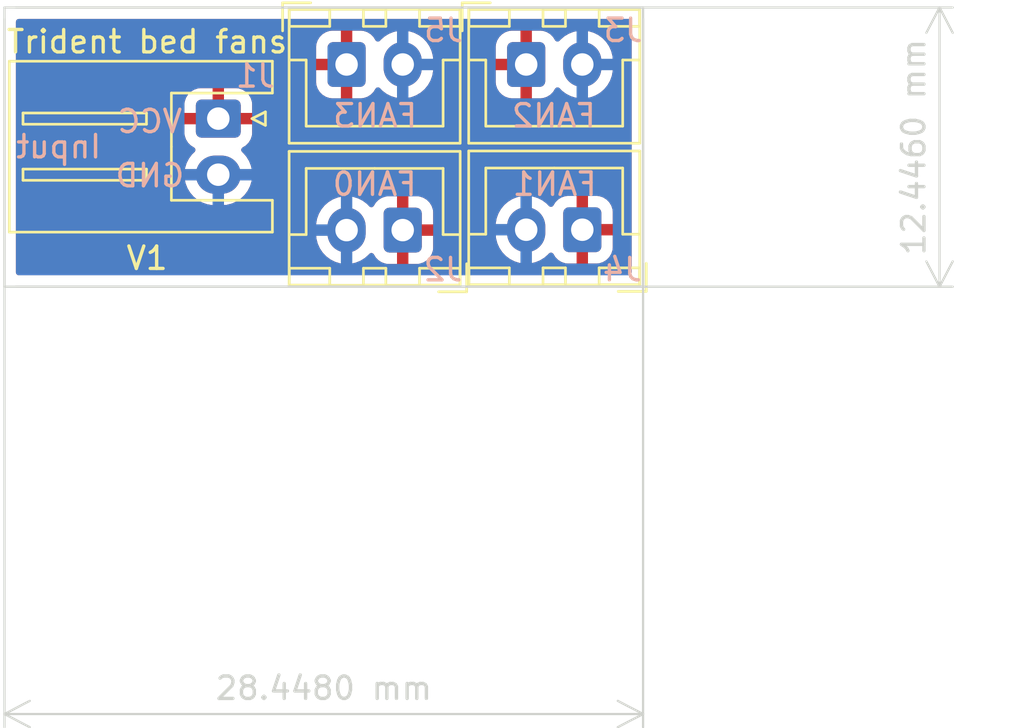
<source format=kicad_pcb>
(kicad_pcb (version 20211014) (generator pcbnew)
  (layers (0 "F.Cu" signal) (31 "B.Cu" signal) (34 "B.Paste" user) (35 "F.Paste" user) (36 "B.SilkS" user "B.Silkscreen") (37 "F.SilkS" user "F.Silkscreen") (38 "B.Mask" user) (39 "F.Mask" user) (44 "Edge.Cuts" user))
  (net 0 "")
  (net 1 "/VCC")
  (net 2 "/GND")
  (footprint "Connector_JST:JST_XH_B2B-XH-A_1x02_P2.50mm_Vertical" (layer "F.Cu") (at 145.161 86.36)
    (fp_text reference "J3" (at 4.318 -1.524) (layer "B.SilkS") (effects (justify mirror)))
    (fp_text value "FAN1" (at 1.27 5.334) (layer "B.SilkS") (effects (justify mirror)))
    (fp_line (start 4.3 2.75) (end 1.25 2.75) (layer "F.SilkS") (width 0.12))
    (fp_line (start 5.05 -0.2) (end 4.3 -0.2) (layer "F.SilkS") (width 0.12))
    (fp_line (start 5.05 -1.7) (end 5.05 -2.45) (layer "F.SilkS") (width 0.12))
    (fp_line (start -2.56 3.51) (end 5.06 3.51) (layer "F.SilkS") (width 0.12))
    (fp_line (start -2.55 -0.2) (end -1.8 -0.2) (layer "F.SilkS") (width 0.12))
    (fp_line (start -1.8 -0.2) (end -1.8 2.75) (layer "F.SilkS") (width 0.12))
    (fp_line (start 3.25 -1.7) (end 5.05 -1.7) (layer "F.SilkS") (width 0.12))
    (fp_line (start -2.55 -2.45) (end -2.55 -1.7) (layer "F.SilkS") (width 0.12))
    (fp_line (start -2.56 -2.46) (end -2.56 3.51) (layer "F.SilkS") (width 0.12))
    (fp_line (start 0.75 -1.7) (end 1.75 -1.7) (layer "F.SilkS") (width 0.12))
    (fp_line (start -1.8 2.75) (end 1.25 2.75) (layer "F.SilkS") (width 0.12))
    (fp_line (start 0.75 -2.45) (end 0.75 -1.7) (layer "F.SilkS") (width 0.12))
    (fp_line (start -0.75 -1.7) (end -0.75 -2.45) (layer "F.SilkS") (width 0.12))
    (fp_line (start 5.06 -2.46) (end -2.56 -2.46) (layer "F.SilkS") (width 0.12))
    (fp_line (start 1.75 -1.7) (end 1.75 -2.45) (layer "F.SilkS") (width 0.12))
    (fp_line (start 1.75 -2.45) (end 0.75 -2.45) (layer "F.SilkS") (width 0.12))
    (fp_line (start 3.25 -2.45) (end 3.25 -1.7) (layer "F.SilkS") (width 0.12))
    (fp_line (start 5.05 -2.45) (end 3.25 -2.45) (layer "F.SilkS") (width 0.12))
    (fp_line (start 4.3 -0.2) (end 4.3 2.75) (layer "F.SilkS") (width 0.12))
    (fp_line (start 5.06 3.51) (end 5.06 -2.46) (layer "F.SilkS") (width 0.12))
    (fp_line (start -2.85 -2.75) (end -2.85 -1.5) (layer "F.SilkS") (width 0.12))
    (fp_line (start -2.55 -1.7) (end -0.75 -1.7) (layer "F.SilkS") (width 0.12))
    (fp_line (start -0.75 -2.45) (end -2.55 -2.45) (layer "F.SilkS") (width 0.12))
    (fp_line (start -1.6 -2.75) (end -2.85 -2.75) (layer "F.SilkS") (width 0.12))
    (pad "1" thru_hole roundrect (at 0 0) (size 1.7 2) (drill 1) (layers *.Cu *.Mask) (roundrect_rratio 0.147059) (net 1 "/VCC"))
    (pad "2" thru_hole oval (at 2.5 0) (size 1.7 2) (drill 1) (layers *.Cu *.Mask) (net 2 "/GND"))
  )
  (footprint "Connector_JST:JST_XH_B2B-XH-A_1x02_P2.50mm_Vertical" (layer "F.Cu") (at 139.66 93.743 180)
    (fp_text reference "J2" (at -1.798 -1.761) (layer "B.SilkS") (effects (justify mirror)))
    (fp_text value "FAN0" (at 1.25 2.049) (layer "B.SilkS") (effects (justify mirror)))
    (fp_line (start 4.3 -0.2) (end 4.3 2.75) (layer "F.SilkS") (width 0.12))
    (fp_line (start -2.56 3.51) (end 5.06 3.51) (layer "F.SilkS") (width 0.12))
    (fp_line (start 4.3 2.75) (end 1.25 2.75) (layer "F.SilkS") (width 0.12))
    (fp_line (start 5.05 -1.7) (end 5.05 -2.45) (layer "F.SilkS") (width 0.12))
    (fp_line (start 3.25 -1.7) (end 5.05 -1.7) (layer "F.SilkS") (width 0.12))
    (fp_line (start -0.75 -2.45) (end -2.55 -2.45) (layer "F.SilkS") (width 0.12))
    (fp_line (start -2.55 -2.45) (end -2.55 -1.7) (layer "F.SilkS") (width 0.12))
    (fp_line (start 5.06 3.51) (end 5.06 -2.46) (layer "F.SilkS") (width 0.12))
    (fp_line (start -1.8 2.75) (end 1.25 2.75) (layer "F.SilkS") (width 0.12))
    (fp_line (start -2.55 -0.2) (end -1.8 -0.2) (layer "F.SilkS") (width 0.12))
    (fp_line (start 1.75 -2.45) (end 0.75 -2.45) (layer "F.SilkS") (width 0.12))
    (fp_line (start 1.75 -1.7) (end 1.75 -2.45) (layer "F.SilkS") (width 0.12))
    (fp_line (start 0.75 -2.45) (end 0.75 -1.7) (layer "F.SilkS") (width 0.12))
    (fp_line (start -1.6 -2.75) (end -2.85 -2.75) (layer "F.SilkS") (width 0.12))
    (fp_line (start 3.25 -2.45) (end 3.25 -1.7) (layer "F.SilkS") (width 0.12))
    (fp_line (start -2.55 -1.7) (end -0.75 -1.7) (layer "F.SilkS") (width 0.12))
    (fp_line (start 5.05 -2.45) (end 3.25 -2.45) (layer "F.SilkS") (width 0.12))
    (fp_line (start -1.8 -0.2) (end -1.8 2.75) (layer "F.SilkS") (width 0.12))
    (fp_line (start 5.06 -2.46) (end -2.56 -2.46) (layer "F.SilkS") (width 0.12))
    (fp_line (start 0.75 -1.7) (end 1.75 -1.7) (layer "F.SilkS") (width 0.12))
    (fp_line (start 5.05 -0.2) (end 4.3 -0.2) (layer "F.SilkS") (width 0.12))
    (fp_line (start -2.85 -2.75) (end -2.85 -1.5) (layer "F.SilkS") (width 0.12))
    (fp_line (start -0.75 -1.7) (end -0.75 -2.45) (layer "F.SilkS") (width 0.12))
    (fp_line (start -2.56 -2.46) (end -2.56 3.51) (layer "F.SilkS") (width 0.12))
    (pad "1" thru_hole roundrect (at 0 0 180) (size 1.7 2) (drill 1) (layers *.Cu *.Mask) (roundrect_rratio 0.147059) (net 1 "/VCC"))
    (pad "2" thru_hole oval (at 2.5 0 180) (size 1.7 2) (drill 1) (layers *.Cu *.Mask) (net 2 "/GND"))
  )
  (footprint "Connector_JST:JST_XH_B2B-XH-A_1x02_P2.50mm_Vertical" (layer "F.Cu") (at 137.16 86.36)
    (fp_text reference "J5" (at 4.318 -1.524) (layer "B.SilkS") (effects (justify mirror)))
    (fp_text value "FAN3" (at 1.27 2.286) (layer "B.SilkS") (effects (justify mirror)))
    (fp_line (start -0.75 -2.45) (end -2.55 -2.45) (layer "F.SilkS") (width 0.12))
    (fp_line (start 5.05 -0.2) (end 4.3 -0.2) (layer "F.SilkS") (width 0.12))
    (fp_line (start 5.05 -2.45) (end 3.25 -2.45) (layer "F.SilkS") (width 0.12))
    (fp_line (start -2.56 3.51) (end 5.06 3.51) (layer "F.SilkS") (width 0.12))
    (fp_line (start 5.05 -1.7) (end 5.05 -2.45) (layer "F.SilkS") (width 0.12))
    (fp_line (start 1.75 -1.7) (end 1.75 -2.45) (layer "F.SilkS") (width 0.12))
    (fp_line (start -1.8 2.75) (end 1.25 2.75) (layer "F.SilkS") (width 0.12))
    (fp_line (start -2.55 -1.7) (end -0.75 -1.7) (layer "F.SilkS") (width 0.12))
    (fp_line (start 1.75 -2.45) (end 0.75 -2.45) (layer "F.SilkS") (width 0.12))
    (fp_line (start 4.3 -0.2) (end 4.3 2.75) (layer "F.SilkS") (width 0.12))
    (fp_line (start 0.75 -2.45) (end 0.75 -1.7) (layer "F.SilkS") (width 0.12))
    (fp_line (start 5.06 -2.46) (end -2.56 -2.46) (layer "F.SilkS") (width 0.12))
    (fp_line (start -2.55 -0.2) (end -1.8 -0.2) (layer "F.SilkS") (width 0.12))
    (fp_line (start -2.55 -2.45) (end -2.55 -1.7) (layer "F.SilkS") (width 0.12))
    (fp_line (start 4.3 2.75) (end 1.25 2.75) (layer "F.SilkS") (width 0.12))
    (fp_line (start -0.75 -1.7) (end -0.75 -2.45) (layer "F.SilkS") (width 0.12))
    (fp_line (start 3.25 -2.45) (end 3.25 -1.7) (layer "F.SilkS") (width 0.12))
    (fp_line (start -1.8 -0.2) (end -1.8 2.75) (layer "F.SilkS") (width 0.12))
    (fp_line (start 3.25 -1.7) (end 5.05 -1.7) (layer "F.SilkS") (width 0.12))
    (fp_line (start 0.75 -1.7) (end 1.75 -1.7) (layer "F.SilkS") (width 0.12))
    (fp_line (start -2.56 -2.46) (end -2.56 3.51) (layer "F.SilkS") (width 0.12))
    (fp_line (start -2.85 -2.75) (end -2.85 -1.5) (layer "F.SilkS") (width 0.12))
    (fp_line (start -1.6 -2.75) (end -2.85 -2.75) (layer "F.SilkS") (width 0.12))
    (fp_line (start 5.06 3.51) (end 5.06 -2.46) (layer "F.SilkS") (width 0.12))
    (pad "1" thru_hole roundrect (at 0 0) (size 1.7 2) (drill 1) (layers *.Cu *.Mask) (roundrect_rratio 0.147059) (net 1 "/VCC"))
    (pad "2" thru_hole oval (at 2.5 0) (size 1.7 2) (drill 1) (layers *.Cu *.Mask) (net 2 "/GND"))
  )
  (footprint "Connector_JST:JST_XH_S2B-XH-A_1x02_P2.50mm_Horizontal" (layer "F.Cu") (at 131.445 88.773 -90)
    (fp_text reference "J1" (at -1.905 -1.651 180) (layer "B.SilkS") (effects (justify mirror)))
    (fp_text value "Input" (at 1.25 7.112 180) (layer "B.SilkS") (effects (justify mirror)))
    (fp_text user "GND" (at 2.54 3.048 unlocked) (layer "B.SilkS") (effects (justify mirror)))
    (fp_text user "VCC" (at 0.127 3.048 unlocked) (layer "B.SilkS") (effects (justify mirror)))
    (fp_line (start -1.14 2.09) (end 1.25 2.09) (layer "F.SilkS") (width 0.12))
    (fp_line (start 2.25 8.7) (end 2.75 8.7) (layer "F.SilkS") (width 0.12))
    (fp_line (start 0.3 -2.1) (end 0 -1.5) (layer "F.SilkS") (width 0.12))
    (fp_line (start 1.25 9.31) (end 5.06 9.31) (layer "F.SilkS") (width 0.12))
    (fp_line (start -0.3 -2.1) (end 0.3 -2.1) (layer "F.SilkS") (width 0.12))
    (fp_line (start -1.14 -2.41) (end -1.14 2.09) (layer "F.SilkS") (width 0.12))
    (fp_line (start 0.25 8.7) (end 0.25 3.2) (layer "F.SilkS") (width 0.12))
    (fp_line (start 0.25 3.2) (end -0.25 3.2) (layer "F.SilkS") (width 0.12))
    (fp_line (start 5.06 -2.41) (end 3.64 -2.41) (layer "F.SilkS") (width 0.12))
    (fp_line (start 3.64 2.09) (end 1.25 2.09) (layer "F.SilkS") (width 0.12))
    (fp_line (start 5.06 9.31) (end 5.06 -2.41) (layer "F.SilkS") (width 0.12))
    (fp_line (start 0 -1.5) (end -0.3 -2.1) (layer "F.SilkS") (width 0.12))
    (fp_line (start -2.56 9.31) (end -2.56 -2.41) (layer "F.SilkS") (width 0.12))
    (fp_line (start -0.25 3.2) (end -0.25 8.7) (layer "F.SilkS") (width 0.12))
    (fp_line (start -2.56 -2.41) (end -1.14 -2.41) (layer "F.SilkS") (width 0.12))
    (fp_line (start 2.75 8.7) (end 2.75 3.2) (layer "F.SilkS") (width 0.12))
    (fp_line (start 2.75 3.2) (end 2.25 3.2) (layer "F.SilkS") (width 0.12))
    (fp_line (start 3.64 -2.41) (end 3.64 2.09) (layer "F.SilkS") (width 0.12))
    (fp_line (start -0.25 8.7) (end 0.25 8.7) (layer "F.SilkS") (width 0.12))
    (fp_line (start 2.25 3.2) (end 2.25 8.7) (layer "F.SilkS") (width 0.12))
    (fp_line (start 1.25 9.31) (end -2.56 9.31) (layer "F.SilkS") (width 0.12))
    (pad "1" thru_hole roundrect (at 0 0 270) (size 1.7 2) (drill 1) (layers *.Cu *.Mask) (roundrect_rratio 0.147059) (net 1 "/VCC"))
    (pad "2" thru_hole oval (at 2.5 0 270) (size 1.7 2) (drill 1) (layers *.Cu *.Mask) (net 2 "/GND"))
  )
  (footprint "Connector_JST:JST_XH_B2B-XH-A_1x02_P2.50mm_Vertical" (layer "F.Cu") (at 147.661 93.726 180)
    (fp_text reference "J4" (at -1.778 -1.778) (layer "B.SilkS") (effects (justify mirror)))
    (fp_text value "FAN2" (at 1.27 5.08) (layer "B.SilkS") (effects (justify mirror)))
    (fp_line (start 5.06 3.51) (end 5.06 -2.46) (layer "F.SilkS") (width 0.12))
    (fp_line (start -2.56 3.51) (end 5.06 3.51) (layer "F.SilkS") (width 0.12))
    (fp_line (start 1.75 -2.45) (end 0.75 -2.45) (layer "F.SilkS") (width 0.12))
    (fp_line (start 3.25 -2.45) (end 3.25 -1.7) (layer "F.SilkS") (width 0.12))
    (fp_line (start -0.75 -2.45) (end -2.55 -2.45) (layer "F.SilkS") (width 0.12))
    (fp_line (start 0.75 -1.7) (end 1.75 -1.7) (layer "F.SilkS") (width 0.12))
    (fp_line (start -1.8 2.75) (end 1.25 2.75) (layer "F.SilkS") (width 0.12))
    (fp_line (start -2.55 -1.7) (end -0.75 -1.7) (layer "F.SilkS") (width 0.12))
    (fp_line (start -2.85 -2.75) (end -2.85 -1.5) (layer "F.SilkS") (width 0.12))
    (fp_line (start 0.75 -2.45) (end 0.75 -1.7) (layer "F.SilkS") (width 0.12))
    (fp_line (start 5.06 -2.46) (end -2.56 -2.46) (layer "F.SilkS") (width 0.12))
    (fp_line (start -0.75 -1.7) (end -0.75 -2.45) (layer "F.SilkS") (width 0.12))
    (fp_line (start -2.55 -2.45) (end -2.55 -1.7) (layer "F.SilkS") (width 0.12))
    (fp_line (start -2.56 -2.46) (end -2.56 3.51) (layer "F.SilkS") (width 0.12))
    (fp_line (start -2.55 -0.2) (end -1.8 -0.2) (layer "F.SilkS") (width 0.12))
    (fp_line (start -1.8 -0.2) (end -1.8 2.75) (layer "F.SilkS") (width 0.12))
    (fp_line (start 4.3 -0.2) (end 4.3 2.75) (layer "F.SilkS") (width 0.12))
    (fp_line (start 5.05 -1.7) (end 5.05 -2.45) (layer "F.SilkS") (width 0.12))
    (fp_line (start 1.75 -1.7) (end 1.75 -2.45) (layer "F.SilkS") (width 0.12))
    (fp_line (start 5.05 -2.45) (end 3.25 -2.45) (layer "F.SilkS") (width 0.12))
    (fp_line (start 4.3 2.75) (end 1.25 2.75) (layer "F.SilkS") (width 0.12))
    (fp_line (start 3.25 -1.7) (end 5.05 -1.7) (layer "F.SilkS") (width 0.12))
    (fp_line (start 5.05 -0.2) (end 4.3 -0.2) (layer "F.SilkS") (width 0.12))
    (fp_line (start -1.6 -2.75) (end -2.85 -2.75) (layer "F.SilkS") (width 0.12))
    (pad "1" thru_hole roundrect (at 0 0 180) (size 1.7 2) (drill 1) (layers *.Cu *.Mask) (roundrect_rratio 0.147059) (net 1 "/VCC"))
    (pad "2" thru_hole oval (at 2.5 0 180) (size 1.7 2) (drill 1) (layers *.Cu *.Mask) (net 2 "/GND"))
  )
  (gr_line (start 150.368 83.82) (end 150.368 96.266) (layer "Edge.Cuts") (width 0.1))
  (gr_line (start 121.92 96.266) (end 121.92 83.82) (layer "Edge.Cuts") (width 0.1))
  (gr_line (start 121.92 83.82) (end 150.368 83.82) (layer "Edge.Cuts") (width 0.1))
  (gr_line (start 150.368 96.266) (end 121.92 96.266) (layer "Edge.Cuts") (width 0.1))
  (gr_text "Trident bed fans" (at 128.27 85.344) (layer "F.SilkS") (effects (font (size 1 1))))
  (gr_text "V1" (at 128.27 94.996) (layer "F.SilkS") (effects (font (size 1 1))))
  (dimension (type aligned) (layer "Edge.Cuts") (pts (xy 121.92 83.82) (xy 150.368 83.82)) (height 31.496) (gr_text "28.4480 mm" (at 136.144 114.166) (layer "Edge.Cuts") (effects (font (size 1 1) (thickness 0.15)))) (format (units 3) (units_format 1) (precision 4)) (style (thickness 0.1) (arrow_length 1.27) (text_position_mode 0) (extension_height 0.58642) (extension_offset 0.5) keep_text_aligned))
  (dimension (type aligned) (layer "Edge.Cuts") (pts (xy 121.92 83.82) (xy 121.92 96.266)) (height -41.656) (gr_text "12.4460 mm" (at 162.426 90.043 90) (layer "Edge.Cuts") (effects (font (size 1 1) (thickness 0.15)))) (format (units 3) (units_format 1) (precision 4)) (style (thickness 0.1) (arrow_length 1.27) (text_position_mode 0) (extension_height 0.58642) (extension_offset 0.5) keep_text_aligned))
  (zone (net 1) (net_name "/VCC") (layer "F.Cu") (connect_pads (clearance 0.508)) (min_thickness 0.254) (fill yes (thermal_gap 0.508) (thermal_bridge_width 0.508) (smoothing fillet))
    (polygon (pts (xy 150.368 96.266) (xy 121.92 96.266) (xy 121.92 83.82) (xy 150.368 83.82)))
  )
  (zone (net 2) (net_name "/GND") (layer "B.Cu") (connect_pads (clearance 0.508)) (min_thickness 0.254) (fill yes (thermal_gap 0.508) (thermal_bridge_width 0.508) (smoothing fillet))
    (polygon (pts (xy 150.368 96.266) (xy 121.92 96.266) (xy 121.92 83.82) (xy 150.368 83.82)))
  )
)
</source>
